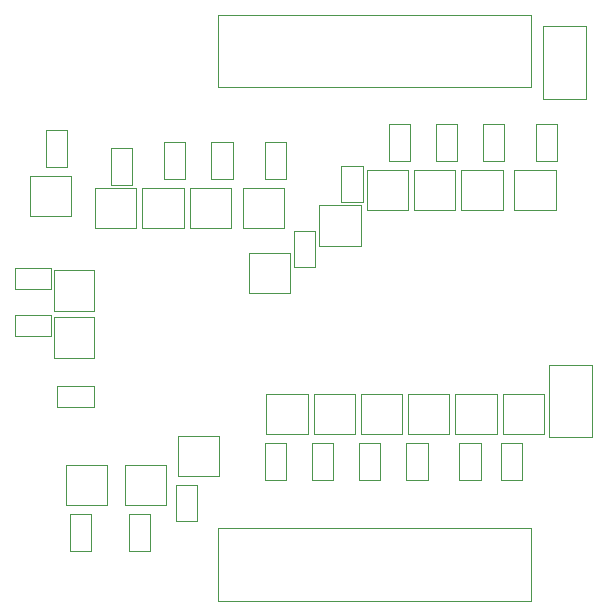
<source format=gbr>
G04 #@! TF.FileFunction,Other,User*
%FSLAX46Y46*%
G04 Gerber Fmt 4.6, Leading zero omitted, Abs format (unit mm)*
G04 Created by KiCad (PCBNEW 4.0.4-stable) date 11/20/17 14:55:23*
%MOMM*%
%LPD*%
G01*
G04 APERTURE LIST*
%ADD10C,0.100000*%
%ADD11C,0.050000*%
G04 APERTURE END LIST*
D10*
D11*
X136200000Y-104800000D02*
X136200000Y-110950000D01*
X136200000Y-110950000D02*
X139800000Y-110950000D01*
X139800000Y-110950000D02*
X139800000Y-104800000D01*
X139800000Y-104800000D02*
X136200000Y-104800000D01*
X108200000Y-124800000D02*
X134650000Y-124800000D01*
X134650000Y-124800000D02*
X134650000Y-118650000D01*
X134650000Y-118650000D02*
X108200000Y-118650000D01*
X108200000Y-118650000D02*
X108200000Y-124800000D01*
X108200000Y-81300000D02*
X134650000Y-81300000D01*
X134650000Y-81300000D02*
X134650000Y-75150000D01*
X134650000Y-75150000D02*
X108200000Y-75150000D01*
X108200000Y-75150000D02*
X108200000Y-81300000D01*
X120250000Y-110700000D02*
X120250000Y-107300000D01*
X120250000Y-107300000D02*
X123750000Y-107300000D01*
X123750000Y-107300000D02*
X123750000Y-110700000D01*
X123750000Y-110700000D02*
X120250000Y-110700000D01*
X120250000Y-91300000D02*
X120250000Y-94700000D01*
X120250000Y-94700000D02*
X116750000Y-94700000D01*
X116750000Y-94700000D02*
X116750000Y-91300000D01*
X116750000Y-91300000D02*
X120250000Y-91300000D01*
X116250000Y-110700000D02*
X116250000Y-107300000D01*
X116250000Y-107300000D02*
X119750000Y-107300000D01*
X119750000Y-107300000D02*
X119750000Y-110700000D01*
X119750000Y-110700000D02*
X116250000Y-110700000D01*
X112250000Y-110700000D02*
X112250000Y-107300000D01*
X112250000Y-107300000D02*
X115750000Y-107300000D01*
X115750000Y-107300000D02*
X115750000Y-110700000D01*
X115750000Y-110700000D02*
X112250000Y-110700000D01*
X124250000Y-88300000D02*
X124250000Y-91700000D01*
X124250000Y-91700000D02*
X120750000Y-91700000D01*
X120750000Y-91700000D02*
X120750000Y-88300000D01*
X120750000Y-88300000D02*
X124250000Y-88300000D01*
X128250000Y-88300000D02*
X128250000Y-91700000D01*
X128250000Y-91700000D02*
X124750000Y-91700000D01*
X124750000Y-91700000D02*
X124750000Y-88300000D01*
X124750000Y-88300000D02*
X128250000Y-88300000D01*
X132250000Y-88300000D02*
X132250000Y-91700000D01*
X132250000Y-91700000D02*
X128750000Y-91700000D01*
X128750000Y-91700000D02*
X128750000Y-88300000D01*
X128750000Y-88300000D02*
X132250000Y-88300000D01*
X136750000Y-88300000D02*
X136750000Y-91700000D01*
X136750000Y-91700000D02*
X133250000Y-91700000D01*
X133250000Y-91700000D02*
X133250000Y-88300000D01*
X133250000Y-88300000D02*
X136750000Y-88300000D01*
X132250000Y-110700000D02*
X132250000Y-107300000D01*
X132250000Y-107300000D02*
X135750000Y-107300000D01*
X135750000Y-107300000D02*
X135750000Y-110700000D01*
X135750000Y-110700000D02*
X132250000Y-110700000D01*
X128250000Y-110700000D02*
X128250000Y-107300000D01*
X128250000Y-107300000D02*
X131750000Y-107300000D01*
X131750000Y-107300000D02*
X131750000Y-110700000D01*
X131750000Y-110700000D02*
X128250000Y-110700000D01*
X124250000Y-110700000D02*
X124250000Y-107300000D01*
X124250000Y-107300000D02*
X127750000Y-107300000D01*
X127750000Y-107300000D02*
X127750000Y-110700000D01*
X127750000Y-110700000D02*
X124250000Y-110700000D01*
X94300000Y-100750000D02*
X97700000Y-100750000D01*
X97700000Y-100750000D02*
X97700000Y-104250000D01*
X97700000Y-104250000D02*
X94300000Y-104250000D01*
X94300000Y-104250000D02*
X94300000Y-100750000D01*
X101250000Y-89800000D02*
X101250000Y-93200000D01*
X101250000Y-93200000D02*
X97750000Y-93200000D01*
X97750000Y-93200000D02*
X97750000Y-89800000D01*
X97750000Y-89800000D02*
X101250000Y-89800000D01*
X94300000Y-96750000D02*
X97700000Y-96750000D01*
X97700000Y-96750000D02*
X97700000Y-100250000D01*
X97700000Y-100250000D02*
X94300000Y-100250000D01*
X94300000Y-100250000D02*
X94300000Y-96750000D01*
X95750000Y-88800000D02*
X95750000Y-92200000D01*
X95750000Y-92200000D02*
X92250000Y-92200000D01*
X92250000Y-92200000D02*
X92250000Y-88800000D01*
X92250000Y-88800000D02*
X95750000Y-88800000D01*
X105250000Y-89800000D02*
X105250000Y-93200000D01*
X105250000Y-93200000D02*
X101750000Y-93200000D01*
X101750000Y-93200000D02*
X101750000Y-89800000D01*
X101750000Y-89800000D02*
X105250000Y-89800000D01*
X109250000Y-89800000D02*
X109250000Y-93200000D01*
X109250000Y-93200000D02*
X105750000Y-93200000D01*
X105750000Y-93200000D02*
X105750000Y-89800000D01*
X105750000Y-89800000D02*
X109250000Y-89800000D01*
X113750000Y-89800000D02*
X113750000Y-93200000D01*
X113750000Y-93200000D02*
X110250000Y-93200000D01*
X110250000Y-93200000D02*
X110250000Y-89800000D01*
X110250000Y-89800000D02*
X113750000Y-89800000D01*
X114250000Y-95300000D02*
X114250000Y-98700000D01*
X114250000Y-98700000D02*
X110750000Y-98700000D01*
X110750000Y-98700000D02*
X110750000Y-95300000D01*
X110750000Y-95300000D02*
X114250000Y-95300000D01*
X104750000Y-114200000D02*
X104750000Y-110800000D01*
X104750000Y-110800000D02*
X108250000Y-110800000D01*
X108250000Y-110800000D02*
X108250000Y-114200000D01*
X108250000Y-114200000D02*
X104750000Y-114200000D01*
X100250000Y-116700000D02*
X100250000Y-113300000D01*
X100250000Y-113300000D02*
X103750000Y-113300000D01*
X103750000Y-113300000D02*
X103750000Y-116700000D01*
X103750000Y-116700000D02*
X100250000Y-116700000D01*
X95250000Y-116700000D02*
X95250000Y-113300000D01*
X95250000Y-113300000D02*
X98750000Y-113300000D01*
X98750000Y-113300000D02*
X98750000Y-116700000D01*
X98750000Y-116700000D02*
X95250000Y-116700000D01*
X121900000Y-111450000D02*
X121900000Y-114550000D01*
X121900000Y-111450000D02*
X120100000Y-111450000D01*
X120100000Y-114550000D02*
X121900000Y-114550000D01*
X120100000Y-114550000D02*
X120100000Y-111450000D01*
X113900000Y-111450000D02*
X113900000Y-114550000D01*
X113900000Y-111450000D02*
X112100000Y-111450000D01*
X112100000Y-114550000D02*
X113900000Y-114550000D01*
X112100000Y-114550000D02*
X112100000Y-111450000D01*
X122600000Y-87550000D02*
X122600000Y-84450000D01*
X122600000Y-87550000D02*
X124400000Y-87550000D01*
X124400000Y-84450000D02*
X122600000Y-84450000D01*
X124400000Y-84450000D02*
X124400000Y-87550000D01*
X126600000Y-87550000D02*
X126600000Y-84450000D01*
X126600000Y-87550000D02*
X128400000Y-87550000D01*
X128400000Y-84450000D02*
X126600000Y-84450000D01*
X128400000Y-84450000D02*
X128400000Y-87550000D01*
X130600000Y-87550000D02*
X130600000Y-84450000D01*
X130600000Y-87550000D02*
X132400000Y-87550000D01*
X132400000Y-84450000D02*
X130600000Y-84450000D01*
X132400000Y-84450000D02*
X132400000Y-87550000D01*
X135100000Y-87550000D02*
X135100000Y-84450000D01*
X135100000Y-87550000D02*
X136900000Y-87550000D01*
X136900000Y-84450000D02*
X135100000Y-84450000D01*
X136900000Y-84450000D02*
X136900000Y-87550000D01*
X133900000Y-111450000D02*
X133900000Y-114550000D01*
X133900000Y-111450000D02*
X132100000Y-111450000D01*
X132100000Y-114550000D02*
X133900000Y-114550000D01*
X132100000Y-114550000D02*
X132100000Y-111450000D01*
X130400000Y-111450000D02*
X130400000Y-114550000D01*
X130400000Y-111450000D02*
X128600000Y-111450000D01*
X128600000Y-114550000D02*
X130400000Y-114550000D01*
X128600000Y-114550000D02*
X128600000Y-111450000D01*
X125900000Y-111450000D02*
X125900000Y-114550000D01*
X125900000Y-111450000D02*
X124100000Y-111450000D01*
X124100000Y-114550000D02*
X125900000Y-114550000D01*
X124100000Y-114550000D02*
X124100000Y-111450000D01*
X118600000Y-91050000D02*
X118600000Y-87950000D01*
X118600000Y-91050000D02*
X120400000Y-91050000D01*
X120400000Y-87950000D02*
X118600000Y-87950000D01*
X120400000Y-87950000D02*
X120400000Y-91050000D01*
X117900000Y-111450000D02*
X117900000Y-114550000D01*
X117900000Y-111450000D02*
X116100000Y-111450000D01*
X116100000Y-114550000D02*
X117900000Y-114550000D01*
X116100000Y-114550000D02*
X116100000Y-111450000D01*
X94050000Y-102400000D02*
X90950000Y-102400000D01*
X94050000Y-102400000D02*
X94050000Y-100600000D01*
X90950000Y-100600000D02*
X90950000Y-102400000D01*
X90950000Y-100600000D02*
X94050000Y-100600000D01*
X99100000Y-89550000D02*
X99100000Y-86450000D01*
X99100000Y-89550000D02*
X100900000Y-89550000D01*
X100900000Y-86450000D02*
X99100000Y-86450000D01*
X100900000Y-86450000D02*
X100900000Y-89550000D01*
X94050000Y-98400000D02*
X90950000Y-98400000D01*
X94050000Y-98400000D02*
X94050000Y-96600000D01*
X90950000Y-96600000D02*
X90950000Y-98400000D01*
X90950000Y-96600000D02*
X94050000Y-96600000D01*
X93600000Y-88050000D02*
X93600000Y-84950000D01*
X93600000Y-88050000D02*
X95400000Y-88050000D01*
X95400000Y-84950000D02*
X93600000Y-84950000D01*
X95400000Y-84950000D02*
X95400000Y-88050000D01*
X94550000Y-106600000D02*
X97650000Y-106600000D01*
X94550000Y-106600000D02*
X94550000Y-108400000D01*
X97650000Y-108400000D02*
X97650000Y-106600000D01*
X97650000Y-108400000D02*
X94550000Y-108400000D01*
X103600000Y-89050000D02*
X103600000Y-85950000D01*
X103600000Y-89050000D02*
X105400000Y-89050000D01*
X105400000Y-85950000D02*
X103600000Y-85950000D01*
X105400000Y-85950000D02*
X105400000Y-89050000D01*
X107600000Y-89050000D02*
X107600000Y-85950000D01*
X107600000Y-89050000D02*
X109400000Y-89050000D01*
X109400000Y-85950000D02*
X107600000Y-85950000D01*
X109400000Y-85950000D02*
X109400000Y-89050000D01*
X112100000Y-89050000D02*
X112100000Y-85950000D01*
X112100000Y-89050000D02*
X113900000Y-89050000D01*
X113900000Y-85950000D02*
X112100000Y-85950000D01*
X113900000Y-85950000D02*
X113900000Y-89050000D01*
X114600000Y-96550000D02*
X114600000Y-93450000D01*
X114600000Y-96550000D02*
X116400000Y-96550000D01*
X116400000Y-93450000D02*
X114600000Y-93450000D01*
X116400000Y-93450000D02*
X116400000Y-96550000D01*
X106400000Y-114950000D02*
X106400000Y-118050000D01*
X106400000Y-114950000D02*
X104600000Y-114950000D01*
X104600000Y-118050000D02*
X106400000Y-118050000D01*
X104600000Y-118050000D02*
X104600000Y-114950000D01*
X102400000Y-117450000D02*
X102400000Y-120550000D01*
X102400000Y-117450000D02*
X100600000Y-117450000D01*
X100600000Y-120550000D02*
X102400000Y-120550000D01*
X100600000Y-120550000D02*
X100600000Y-117450000D01*
X97400000Y-117450000D02*
X97400000Y-120550000D01*
X97400000Y-117450000D02*
X95600000Y-117450000D01*
X95600000Y-120550000D02*
X97400000Y-120550000D01*
X95600000Y-120550000D02*
X95600000Y-117450000D01*
X139300000Y-82300000D02*
X139300000Y-76150000D01*
X139300000Y-76150000D02*
X135700000Y-76150000D01*
X135700000Y-76150000D02*
X135700000Y-82300000D01*
X135700000Y-82300000D02*
X139300000Y-82300000D01*
M02*

</source>
